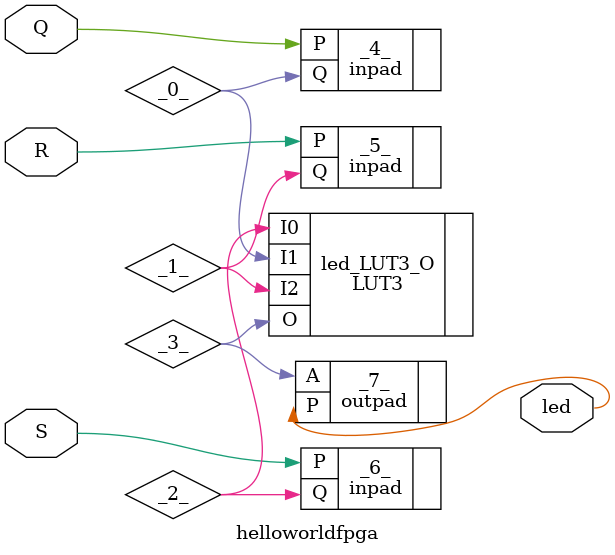
<source format=v>
/* Generated by Yosys 0.9+2406 (git sha1 ca763e6d5, gcc 10.2.1-6 -fPIC -Os) */

(* top =  1  *)
(* src = "/data/data/com.termux/files/home/fpga-examples/blink/helloworldfpga.v:8.1-18.10" *)
module helloworldfpga(Q, R, S, led);
  wire _0_;
  wire _1_;
  wire _2_;
  wire _3_;
  (* src = "/data/data/com.termux/files/home/fpga-examples/blink/helloworldfpga.v:9.16-9.17" *)
  input Q;
  (* src = "/data/data/com.termux/files/home/fpga-examples/blink/helloworldfpga.v:10.16-10.17" *)
  input R;
  (* src = "/data/data/com.termux/files/home/fpga-examples/blink/helloworldfpga.v:11.16-11.17" *)
  input S;
  (* src = "/data/data/com.termux/files/home/fpga-examples/blink/helloworldfpga.v:12.17-12.20" *)
  output led;
  (* keep = 32'd1 *)
  inpad #(
    .IO_LOC("X6Y3"),
    .IO_PAD("5"),
    .IO_TYPE("BIDIR")
  ) _4_ (
    .P(Q),
    .Q(_0_)
  );
  (* keep = 32'd1 *)
  inpad #(
    .IO_LOC("X8Y3"),
    .IO_PAD("6"),
    .IO_TYPE("BIDIR")
  ) _5_ (
    .P(R),
    .Q(_1_)
  );
  (* keep = 32'd1 *)
  inpad #(
    .IO_LOC("X10Y3"),
    .IO_PAD("2"),
    .IO_TYPE("BIDIR")
  ) _6_ (
    .P(S),
    .Q(_2_)
  );
  (* keep = 32'd1 *)
  outpad #(
    .IO_LOC("X12Y3"),
    .IO_PAD("3"),
    .IO_TYPE("BIDIR")
  ) _7_ (
    .A(_3_),
    .P(led)
  );
  (* module_not_derived = 32'd1 *)
  (* src = "/data/data/com.termux/files/home/symbiflow/bin/../share/yosys/quicklogic/pp3_lut_map.v:36.63-36.121" *)
  LUT3 #(
    .EQN("(~I0*~I1*~I2)+(I0*~I1*~I2)+(~I0*I1*~I2)+(~I0*~I1*I2)+(~I0*I1*I2)"),
    .INIT(9'h0ae)
  ) led_LUT3_O (
    .I0(_2_),
    .I1(_0_),
    .I2(_1_),
    .O(_3_)
  );
endmodule

</source>
